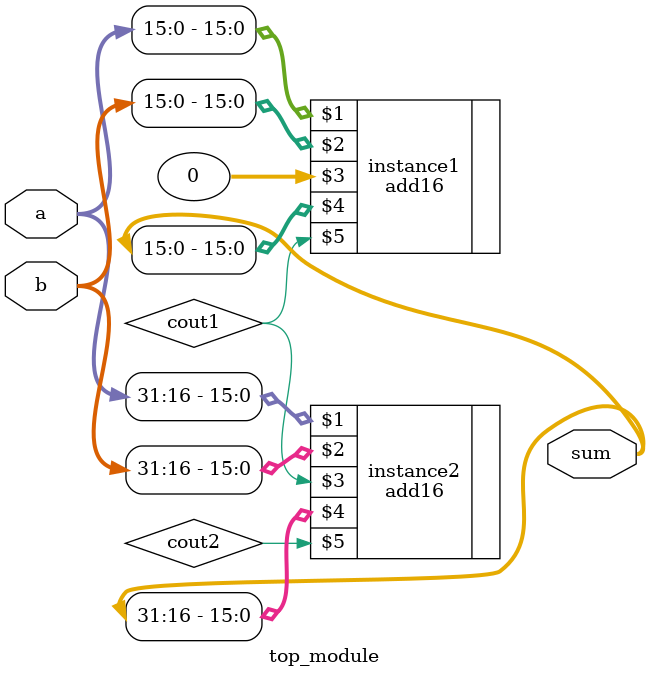
<source format=v>
module top_module(
    input [31:0] a,
    input [31:0] b,
    output [31:0] sum
);
    wire cout1, cout2;
    add16 instance1(a[15:0], b[15:0], 0, sum[15:0], cout1);
    add16 instance2(a[31:16], b[31:16], cout1, sum[31:16], cout2);

endmodule

</source>
